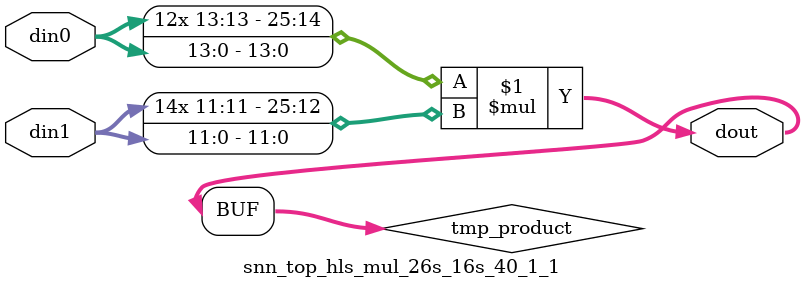
<source format=v>

`timescale 1 ns / 1 ps

 (* DowngradeIPIdentifiedWarnings="yes" *) module snn_top_hls_mul_26s_16s_40_1_1(din0, din1, dout);
parameter ID = 1;
parameter NUM_STAGE = 0;
parameter din0_WIDTH = 14;
parameter din1_WIDTH = 12;
parameter dout_WIDTH = 26;

input [din0_WIDTH - 1 : 0] din0; 
input [din1_WIDTH - 1 : 0] din1; 
output [dout_WIDTH - 1 : 0] dout;

wire signed [dout_WIDTH - 1 : 0] tmp_product;



























assign tmp_product = $signed(din0) * $signed(din1);








assign dout = tmp_product;





















endmodule

</source>
